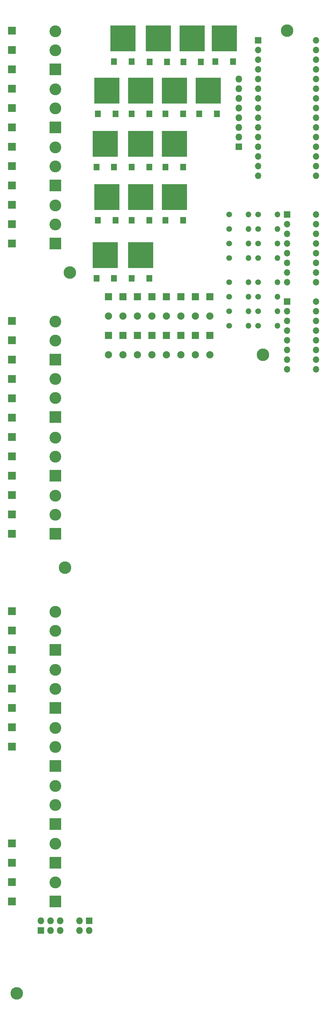
<source format=gts>
%TF.GenerationSoftware,KiCad,Pcbnew,(5.1.6-0-10_14)*%
%TF.CreationDate,2020-09-12T12:57:19-04:00*%
%TF.ProjectId,smart-o-harp,736d6172-742d-46f2-9d68-6172702e6b69,rev?*%
%TF.SameCoordinates,Original*%
%TF.FileFunction,Soldermask,Top*%
%TF.FilePolarity,Negative*%
%FSLAX46Y46*%
G04 Gerber Fmt 4.6, Leading zero omitted, Abs format (unit mm)*
G04 Created by KiCad (PCBNEW (5.1.6-0-10_14)) date 2020-09-12 12:57:19*
%MOMM*%
%LPD*%
G01*
G04 APERTURE LIST*
%ADD10R,2.100000X2.100000*%
%ADD11O,1.500000X1.500000*%
%ADD12C,1.500000*%
%ADD13C,3.100000*%
%ADD14R,3.100000X3.100000*%
%ADD15O,1.900000X1.900000*%
%ADD16R,1.900000X1.900000*%
%ADD17R,1.700000X1.700000*%
%ADD18O,1.700000X1.700000*%
%ADD19R,6.600000X6.800000*%
%ADD20R,1.600000X1.700000*%
%ADD21C,3.300000*%
%ADD22R,1.800000X1.800000*%
%ADD23O,1.800000X1.800000*%
G04 APERTURE END LIST*
D10*
%TO.C,J46*%
X180340000Y-132080000D03*
%TD*%
%TO.C,J45*%
X180340000Y-248920000D03*
%TD*%
%TO.C,J44*%
X180340000Y-193040000D03*
%TD*%
%TO.C,J43*%
X180340000Y-223520000D03*
%TD*%
%TO.C,J42*%
X180340000Y-254000000D03*
%TD*%
%TO.C,J41*%
X180340000Y-137160000D03*
%TD*%
%TO.C,J40*%
X180340000Y-198120000D03*
%TD*%
%TO.C,J39*%
X180340000Y-208280000D03*
%TD*%
%TO.C,J37*%
X180340000Y-142240000D03*
%TD*%
%TO.C,J36*%
X180340000Y-203200000D03*
%TD*%
%TO.C,J35*%
X180340000Y-259080000D03*
%TD*%
%TO.C,J33*%
X180340000Y-147320000D03*
%TD*%
%TO.C,J32*%
X180340000Y-213360000D03*
%TD*%
%TO.C,J31*%
X180340000Y-264160000D03*
%TD*%
%TO.C,J29*%
X180340000Y-152400000D03*
%TD*%
%TO.C,J28*%
X180340000Y-218440000D03*
%TD*%
%TO.C,J25*%
X180340000Y-157480000D03*
%TD*%
%TO.C,J22*%
X180340000Y-162560000D03*
%TD*%
%TO.C,J21*%
X180340000Y-187960000D03*
%TD*%
%TO.C,J20*%
X180340000Y-167640000D03*
%TD*%
%TO.C,J19*%
X180340000Y-127000000D03*
%TD*%
%TO.C,J18*%
X180340000Y-60960000D03*
%TD*%
%TO.C,J17*%
X180340000Y-66040000D03*
%TD*%
%TO.C,J16*%
X180340000Y-121920000D03*
%TD*%
%TO.C,J15*%
X180340000Y-71120000D03*
%TD*%
%TO.C,J14*%
X180340000Y-111760000D03*
%TD*%
%TO.C,J13*%
X180340000Y-116840000D03*
%TD*%
%TO.C,J12*%
X180340000Y-76200000D03*
%TD*%
%TO.C,J11*%
X180340000Y-81280000D03*
%TD*%
%TO.C,J10*%
X180340000Y-86360000D03*
%TD*%
%TO.C,J9*%
X180340000Y-50800000D03*
%TD*%
%TO.C,J8*%
X180340000Y-91440000D03*
%TD*%
%TO.C,J7*%
X180340000Y-35560000D03*
%TD*%
%TO.C,J6*%
X180340000Y-45720000D03*
%TD*%
%TO.C,J5*%
X180340000Y-55880000D03*
%TD*%
%TO.C,J4*%
X180340000Y-40640000D03*
%TD*%
D11*
%TO.C,R16*%
X250190000Y-83820000D03*
D12*
X245110000Y-83820000D03*
%TD*%
D11*
%TO.C,R15*%
X242570000Y-83820000D03*
D12*
X237490000Y-83820000D03*
%TD*%
D11*
%TO.C,R14*%
X250190000Y-87630000D03*
D12*
X245110000Y-87630000D03*
%TD*%
D11*
%TO.C,R13*%
X242570000Y-87630000D03*
D12*
X237490000Y-87630000D03*
%TD*%
D11*
%TO.C,R12*%
X250190000Y-91440000D03*
D12*
X245110000Y-91440000D03*
%TD*%
D11*
%TO.C,R11*%
X242570000Y-91440000D03*
D12*
X237490000Y-91440000D03*
%TD*%
D11*
%TO.C,R10*%
X250190000Y-95250000D03*
D12*
X245110000Y-95250000D03*
%TD*%
D11*
%TO.C,R9*%
X242570000Y-95250000D03*
D12*
X237490000Y-95250000D03*
%TD*%
D11*
%TO.C,R8*%
X250190000Y-101600000D03*
D12*
X245110000Y-101600000D03*
%TD*%
D11*
%TO.C,R7*%
X242570000Y-101600000D03*
D12*
X237490000Y-101600000D03*
%TD*%
D11*
%TO.C,R6*%
X250190000Y-105410000D03*
D12*
X245110000Y-105410000D03*
%TD*%
D11*
%TO.C,R5*%
X242570000Y-105410000D03*
D12*
X237490000Y-105410000D03*
%TD*%
D11*
%TO.C,R4*%
X250190000Y-109220000D03*
D12*
X245110000Y-109220000D03*
%TD*%
D11*
%TO.C,R3*%
X242570000Y-109220000D03*
D12*
X237490000Y-109220000D03*
%TD*%
D11*
%TO.C,R2*%
X250190000Y-113030000D03*
D12*
X245110000Y-113030000D03*
%TD*%
D11*
%TO.C,R1*%
X242570000Y-113030000D03*
D12*
X237490000Y-113030000D03*
%TD*%
D13*
%TO.C,C#_D_D#2*%
X191770000Y-157640000D03*
X191770000Y-162640000D03*
D14*
X191770000Y-167640000D03*
%TD*%
D13*
%TO.C,E_F_F#1*%
X191770000Y-66200000D03*
X191770000Y-71200000D03*
D14*
X191770000Y-76200000D03*
%TD*%
D15*
%TO.C,D8*%
X209550000Y-120650000D03*
D16*
X209550000Y-115570000D03*
%TD*%
D17*
%TO.C,U2*%
X252730000Y-83820000D03*
D18*
X260350000Y-101600000D03*
X252730000Y-86360000D03*
X260350000Y-99060000D03*
X252730000Y-88900000D03*
X260350000Y-96520000D03*
X252730000Y-91440000D03*
X260350000Y-93980000D03*
X252730000Y-93980000D03*
X260350000Y-91440000D03*
X252730000Y-96520000D03*
X260350000Y-88900000D03*
X252730000Y-99060000D03*
X260350000Y-86360000D03*
X252730000Y-101600000D03*
X260350000Y-83820000D03*
%TD*%
D19*
%TO.C,Q16*%
X236220000Y-37570000D03*
D20*
X238520000Y-43720000D03*
X233920000Y-43720000D03*
%TD*%
D19*
%TO.C,Q15*%
X227760000Y-37620000D03*
D20*
X230060000Y-43770000D03*
X225460000Y-43770000D03*
%TD*%
D19*
%TO.C,Q14*%
X218870000Y-37620000D03*
D20*
X221170000Y-43770000D03*
X216570000Y-43770000D03*
%TD*%
D19*
%TO.C,Q13*%
X209550000Y-37570000D03*
D20*
X211850000Y-43720000D03*
X207250000Y-43720000D03*
%TD*%
D19*
%TO.C,Q12*%
X231980000Y-51280000D03*
D20*
X234280000Y-57430000D03*
X229680000Y-57430000D03*
%TD*%
D19*
%TO.C,Q11*%
X223090000Y-51280000D03*
D20*
X225390000Y-57430000D03*
X220790000Y-57430000D03*
%TD*%
D19*
%TO.C,Q10*%
X214200000Y-51280000D03*
D20*
X216500000Y-57430000D03*
X211900000Y-57430000D03*
%TD*%
D19*
%TO.C,Q9*%
X205310000Y-51280000D03*
D20*
X207610000Y-57430000D03*
X203010000Y-57430000D03*
%TD*%
D19*
%TO.C,Q8*%
X223090000Y-65250000D03*
D20*
X225390000Y-71400000D03*
X220790000Y-71400000D03*
%TD*%
D19*
%TO.C,Q7*%
X214200000Y-65250000D03*
D20*
X216500000Y-71400000D03*
X211900000Y-71400000D03*
%TD*%
D19*
%TO.C,Q6*%
X204900000Y-65250000D03*
D20*
X207200000Y-71400000D03*
X202600000Y-71400000D03*
%TD*%
D19*
%TO.C,Q5*%
X223090000Y-79220000D03*
D20*
X225390000Y-85370000D03*
X220790000Y-85370000D03*
%TD*%
D19*
%TO.C,Q4*%
X214200000Y-79220000D03*
D20*
X216500000Y-85370000D03*
X211900000Y-85370000D03*
%TD*%
D19*
%TO.C,Q3*%
X205310000Y-79220000D03*
D20*
X207610000Y-85370000D03*
X203010000Y-85370000D03*
%TD*%
D19*
%TO.C,Q2*%
X214200000Y-94460000D03*
D20*
X216500000Y-100610000D03*
X211900000Y-100610000D03*
%TD*%
D19*
%TO.C,Q1*%
X204900000Y-94460000D03*
D20*
X207200000Y-100610000D03*
X202600000Y-100610000D03*
%TD*%
D13*
%TO.C,J3*%
X191770000Y-249000000D03*
D14*
X191770000Y-254000000D03*
%TD*%
D13*
%TO.C,J2*%
X191770000Y-259160000D03*
D14*
X191770000Y-264160000D03*
%TD*%
D13*
%TO.C,G_G#_A2*%
X191770000Y-127000000D03*
X191770000Y-132000000D03*
D14*
X191770000Y-137000000D03*
%TD*%
D13*
%TO.C,G_G#_A1*%
X191770000Y-50960000D03*
X191770000Y-55960000D03*
D14*
X191770000Y-60960000D03*
%TD*%
%TO.C,F_G_C1*%
X191770000Y-243840000D03*
D13*
X191770000Y-238840000D03*
X191770000Y-233840000D03*
%TD*%
D14*
%TO.C,F#_G_A1*%
X191770000Y-213360000D03*
D13*
X191770000Y-208360000D03*
X191770000Y-203360000D03*
%TD*%
%TO.C,E_F_F#2*%
X191770000Y-142400000D03*
X191770000Y-147400000D03*
D14*
X191770000Y-152400000D03*
%TD*%
%TO.C,D_E_F1*%
X191770000Y-228600000D03*
D13*
X191770000Y-223600000D03*
X191770000Y-218600000D03*
%TD*%
%TO.C,C#_D_D#1*%
X191770000Y-81440000D03*
X191770000Y-86440000D03*
D14*
X191770000Y-91440000D03*
%TD*%
%TO.C,Bb_B_C3*%
X191770000Y-198120000D03*
D13*
X191770000Y-193120000D03*
X191770000Y-188120000D03*
%TD*%
%TO.C,Bb_B_C2*%
X191770000Y-111920000D03*
X191770000Y-116920000D03*
D14*
X191770000Y-121920000D03*
%TD*%
%TO.C,Bb_B_C1*%
X191770000Y-45720000D03*
D13*
X191770000Y-40720000D03*
X191770000Y-35720000D03*
%TD*%
D21*
%TO.C,H4*%
X181610000Y-288290000D03*
%TD*%
%TO.C,H3*%
X252730000Y-35560000D03*
%TD*%
%TO.C,H2*%
X246380000Y-120650000D03*
%TD*%
%TO.C,H1*%
X194310000Y-176530000D03*
%TD*%
D15*
%TO.C,D17*%
X205740000Y-110490000D03*
D16*
X205740000Y-105410000D03*
%TD*%
D15*
%TO.C,D16*%
X209550000Y-110490000D03*
D16*
X209550000Y-105410000D03*
%TD*%
D15*
%TO.C,D15*%
X213360000Y-110490000D03*
D16*
X213360000Y-105410000D03*
%TD*%
D15*
%TO.C,D14*%
X217170000Y-110490000D03*
D16*
X217170000Y-105410000D03*
%TD*%
D15*
%TO.C,D13*%
X220980000Y-110490000D03*
D16*
X220980000Y-105410000D03*
%TD*%
D15*
%TO.C,D12*%
X224790000Y-110490000D03*
D16*
X224790000Y-105410000D03*
%TD*%
D15*
%TO.C,D11*%
X228600000Y-110490000D03*
D16*
X228600000Y-105410000D03*
%TD*%
D15*
%TO.C,D10*%
X232410000Y-110490000D03*
D16*
X232410000Y-105410000D03*
%TD*%
D15*
%TO.C,D9*%
X205740000Y-120650000D03*
D16*
X205740000Y-115570000D03*
%TD*%
D15*
%TO.C,D6*%
X213360000Y-120650000D03*
D16*
X213360000Y-115570000D03*
%TD*%
D15*
%TO.C,D5*%
X217170000Y-120650000D03*
D16*
X217170000Y-115570000D03*
%TD*%
D15*
%TO.C,D4*%
X220980000Y-120650000D03*
D16*
X220980000Y-115570000D03*
%TD*%
D15*
%TO.C,D3*%
X224790000Y-120650000D03*
D16*
X224790000Y-115570000D03*
%TD*%
D15*
%TO.C,D2*%
X228600000Y-120650000D03*
D16*
X228600000Y-115570000D03*
%TD*%
D15*
%TO.C,D1*%
X232410000Y-120650000D03*
D16*
X232410000Y-115570000D03*
%TD*%
D21*
%TO.C,REF\u002A\u002A*%
X195580000Y-99060000D03*
%TD*%
D22*
%TO.C,J1*%
X200660000Y-269240000D03*
D23*
X200660000Y-271780000D03*
X198120000Y-269240000D03*
X198120000Y-271780000D03*
%TD*%
D17*
%TO.C,A1*%
X245110000Y-38100000D03*
D18*
X260350000Y-71120000D03*
X245110000Y-40640000D03*
X260350000Y-68580000D03*
X245110000Y-43180000D03*
X260350000Y-66040000D03*
X245110000Y-45720000D03*
X260350000Y-63500000D03*
X245110000Y-48260000D03*
X260350000Y-60960000D03*
X245110000Y-50800000D03*
X260350000Y-58420000D03*
X245110000Y-53340000D03*
X260350000Y-55880000D03*
X245110000Y-55880000D03*
X260350000Y-53340000D03*
X245110000Y-58420000D03*
X260350000Y-50800000D03*
X245110000Y-60960000D03*
X260350000Y-48260000D03*
X245110000Y-63500000D03*
X260350000Y-45720000D03*
X245110000Y-66040000D03*
X260350000Y-43180000D03*
X245110000Y-68580000D03*
X260350000Y-40640000D03*
X245110000Y-71120000D03*
X260350000Y-38100000D03*
X245110000Y-73660000D03*
X260350000Y-73660000D03*
%TD*%
D22*
%TO.C,keypad1*%
X240030000Y-66040000D03*
D23*
X240030000Y-63500000D03*
X240030000Y-60960000D03*
X240030000Y-58420000D03*
X240030000Y-55880000D03*
X240030000Y-53340000D03*
X240030000Y-50800000D03*
X240030000Y-48260000D03*
%TD*%
D22*
%TO.C,solenoid_power1*%
X187960000Y-271780000D03*
D23*
X187960000Y-269240000D03*
X190500000Y-271780000D03*
X190500000Y-269240000D03*
X193040000Y-271780000D03*
X193040000Y-269240000D03*
%TD*%
D18*
%TO.C,U1*%
X260350000Y-106680000D03*
X252730000Y-124460000D03*
X260350000Y-109220000D03*
X252730000Y-121920000D03*
X260350000Y-111760000D03*
X252730000Y-119380000D03*
X260350000Y-114300000D03*
X252730000Y-116840000D03*
X260350000Y-116840000D03*
X252730000Y-114300000D03*
X260350000Y-119380000D03*
X252730000Y-111760000D03*
X260350000Y-121920000D03*
X252730000Y-109220000D03*
X260350000Y-124460000D03*
D17*
X252730000Y-106680000D03*
%TD*%
M02*

</source>
